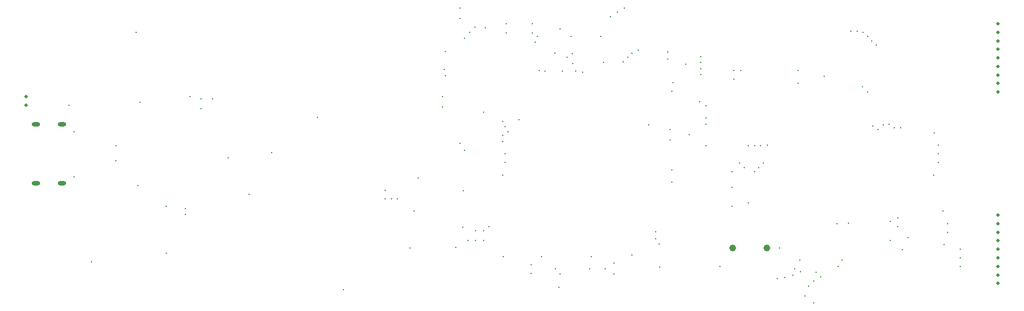
<source format=gbr>
%TF.GenerationSoftware,Altium Limited,Altium Designer,25.8.1 (18)*%
G04 Layer_Color=0*
%FSLAX45Y45*%
%MOMM*%
%TF.SameCoordinates,7B3F40D8-49BE-4A82-B445-1243D3C56F15*%
%TF.FilePolarity,Positive*%
%TF.FileFunction,Plated,1,4,PTH,Drill*%
%TF.Part,Single*%
G01*
G75*
%TA.AperFunction,ComponentDrill*%
%ADD111C,0.50000*%
%ADD112C,0.99060*%
%ADD113O,1.20000X0.60000*%
%TA.AperFunction,ViaDrill,NotFilled*%
%ADD114C,0.25000*%
%ADD115C,0.20000*%
D111*
X17259300Y6561200D02*
D03*
X17259300Y6311200D02*
D03*
Y6436200D02*
D03*
X3053800Y8675100D02*
D03*
X17259300Y6186200D02*
D03*
Y9114600D02*
D03*
Y7061200D02*
D03*
Y6811200D02*
D03*
Y9864600D02*
D03*
Y9239600D02*
D03*
Y9614600D02*
D03*
X17259300Y9364600D02*
D03*
X17259300Y8989600D02*
D03*
Y8864600D02*
D03*
Y6936200D02*
D03*
Y6686200D02*
D03*
Y9489600D02*
D03*
Y9739600D02*
D03*
Y6061200D02*
D03*
X3053800Y8800100D02*
D03*
D112*
X13880016Y6583703D02*
D03*
X13379636D02*
D03*
D113*
X3576600Y8394675D02*
D03*
Y7530675D02*
D03*
X3196600Y8394675D02*
D03*
Y7530675D02*
D03*
D114*
X3683000Y8674100D02*
D03*
X16713200Y6565900D02*
D03*
Y6438900D02*
D03*
Y6311900D02*
D03*
X14566901Y5778500D02*
D03*
X10960100Y9372600D02*
D03*
X11036300Y9423400D02*
D03*
X9182100Y9105900D02*
D03*
X9169400Y9194800D02*
D03*
X13373100Y7188200D02*
D03*
Y7467600D02*
D03*
Y7696200D02*
D03*
X13500101Y9182100D02*
D03*
X8666808Y6578600D02*
D03*
X15836900Y8343900D02*
D03*
X9398000Y8115300D02*
D03*
X15951199Y6731000D02*
D03*
X15862300Y6553200D02*
D03*
X12915900Y9118600D02*
D03*
X11785600Y9309100D02*
D03*
X12255500Y6819900D02*
D03*
X10261600Y8458200D02*
D03*
X13614400Y7239000D02*
D03*
Y8077200D02*
D03*
X15671800Y8394700D02*
D03*
X10096500Y8280400D02*
D03*
X15430499Y8369300D02*
D03*
X12153900Y8382000D02*
D03*
X13830299Y7823200D02*
D03*
X13893800Y8089900D02*
D03*
X14566901Y6096000D02*
D03*
X14147800Y6146800D02*
D03*
X10845800Y6007100D02*
D03*
X14439900Y5880100D02*
D03*
X10439400Y6210300D02*
D03*
Y6337300D02*
D03*
X13398500Y9182100D02*
D03*
Y9055100D02*
D03*
X12915900Y9207500D02*
D03*
X11849100Y9372600D02*
D03*
X15748000Y8343900D02*
D03*
X10020300Y8229600D02*
D03*
X14719299Y9093200D02*
D03*
X12700000Y9271000D02*
D03*
X12496800Y8877300D02*
D03*
X11451500Y9677400D02*
D03*
X11493500Y9296400D02*
D03*
X12496800Y7543800D02*
D03*
X12471400Y8166100D02*
D03*
X9766300Y9804400D02*
D03*
X10782300Y9436100D02*
D03*
X9740900Y8572500D02*
D03*
X9461500Y8013700D02*
D03*
X15074899Y6946900D02*
D03*
X12306300Y6642100D02*
D03*
X14071600Y6578600D02*
D03*
X13195300Y6311900D02*
D03*
X12319000Y6299200D02*
D03*
X9448800Y7416800D02*
D03*
X9436100Y6883400D02*
D03*
X11315700Y6451600D02*
D03*
X9334500Y6591300D02*
D03*
X10591800Y6451600D02*
D03*
X10033000D02*
D03*
X9182100Y9461500D02*
D03*
X9144000Y8801100D02*
D03*
Y8648700D02*
D03*
X7315200Y8496300D02*
D03*
X4660900Y9740900D02*
D03*
X5778500Y8763000D02*
D03*
X4724400Y8712200D02*
D03*
X6642100Y7975600D02*
D03*
X8788400Y7607300D02*
D03*
X8724900Y7124700D02*
D03*
X7696200Y5969000D02*
D03*
X3759200Y8280400D02*
D03*
X4368800Y8077200D02*
D03*
X6007100Y7899400D02*
D03*
X4368800Y7861300D02*
D03*
X3759200Y7620000D02*
D03*
X4013200Y6375400D02*
D03*
X15506700Y8318500D02*
D03*
X10020300Y8432800D02*
D03*
X15354300Y8864600D02*
D03*
X13550900Y7759700D02*
D03*
X11912552Y9436012D02*
D03*
X15798801Y6896100D02*
D03*
X12915900Y9296400D02*
D03*
X15798801Y7023100D02*
D03*
X14986000Y6400800D02*
D03*
X14363699D02*
D03*
X13766800Y7759700D02*
D03*
X13792200Y8077200D02*
D03*
X15684500Y6692900D02*
D03*
X12509500Y9004300D02*
D03*
X12750800Y8242300D02*
D03*
X12471400Y8318500D02*
D03*
X15684500Y6972300D02*
D03*
X14909801Y6934200D02*
D03*
X12496800Y7721600D02*
D03*
X11912600Y6477000D02*
D03*
X11518900Y6273800D02*
D03*
X10795000D02*
D03*
X11290300D02*
D03*
X5448300Y8801100D02*
D03*
X6311900Y7366000D02*
D03*
X4686300Y7493000D02*
D03*
X5105400Y7188200D02*
D03*
Y6502400D02*
D03*
X14922501Y6311900D02*
D03*
X14287500Y6273800D02*
D03*
X11645900Y6197600D02*
D03*
X10858500D02*
D03*
X14376401Y6235700D02*
D03*
X14605000Y6223000D02*
D03*
X15582899Y8382000D02*
D03*
X10058400Y8356600D02*
D03*
X14033501Y6134100D02*
D03*
X14490700Y6019800D02*
D03*
X10020300Y8140700D02*
D03*
X15278101Y8940800D02*
D03*
X13487399Y7823200D02*
D03*
X13703300Y7696200D02*
D03*
Y8077200D02*
D03*
X12001500Y9474200D02*
D03*
X12915900Y9385300D02*
D03*
X14338300Y8991600D02*
D03*
Y9182100D02*
D03*
X14668500Y6159500D02*
D03*
X14262100Y6184900D02*
D03*
X16332201Y8267700D02*
D03*
X11049000Y9283700D02*
D03*
X15354300Y9677400D02*
D03*
X12433300Y9347200D02*
D03*
X16384425Y7834474D02*
D03*
X16459200Y7124700D02*
D03*
X12992101Y8661400D02*
D03*
X9512300Y6692900D02*
D03*
X9817100Y6896100D02*
D03*
X10553700Y9182100D02*
D03*
X16526700Y6811200D02*
D03*
X12992101Y8394700D02*
D03*
X9740900Y6692900D02*
D03*
Y6832600D02*
D03*
X9461500Y9652000D02*
D03*
X11798300Y10096500D02*
D03*
X10858500Y9791700D02*
D03*
X12433300Y9448800D02*
D03*
X16386426Y7959474D02*
D03*
X11645900Y6362700D02*
D03*
X9398000Y10096500D02*
D03*
Y9944100D02*
D03*
X10452100Y9867900D02*
D03*
Y9728200D02*
D03*
X15290800Y9740900D02*
D03*
X8483600Y7302500D02*
D03*
X10058400Y7835900D02*
D03*
X10496395Y9594695D02*
D03*
X11019700Y9677400D02*
D03*
X10528300D02*
D03*
X9613900Y9817100D02*
D03*
X11595100Y9969500D02*
D03*
X12255500Y6718300D02*
D03*
X10020300Y7645400D02*
D03*
X10642600Y9169400D02*
D03*
X16388426Y8084474D02*
D03*
X15201900Y9753600D02*
D03*
X9626600Y6692900D02*
D03*
Y6832600D02*
D03*
X8394700Y7302500D02*
D03*
X10058400Y7962900D02*
D03*
X10071100Y9867900D02*
D03*
Y9728200D02*
D03*
X11087100Y9169400D02*
D03*
X15417799Y9613900D02*
D03*
X11188700Y9156700D02*
D03*
X15481300Y9550400D02*
D03*
X16524699Y6936200D02*
D03*
X12992101Y8483600D02*
D03*
X16471899Y6629400D02*
D03*
X12992101Y8077200D02*
D03*
X10896600Y9169400D02*
D03*
X15113000Y9753600D02*
D03*
X16319501Y7645400D02*
D03*
X12903200Y8724900D02*
D03*
X9537700Y9740900D02*
D03*
X11696700Y10033000D02*
D03*
X8305800Y7302500D02*
D03*
Y7429500D02*
D03*
X5613400Y8623300D02*
D03*
Y8763000D02*
D03*
D115*
X5384800Y7072000D02*
D03*
X5384800Y7152000D02*
D03*
%TF.MD5,56fb9c0c7019bccf00da46d142235ef9*%
M02*

</source>
